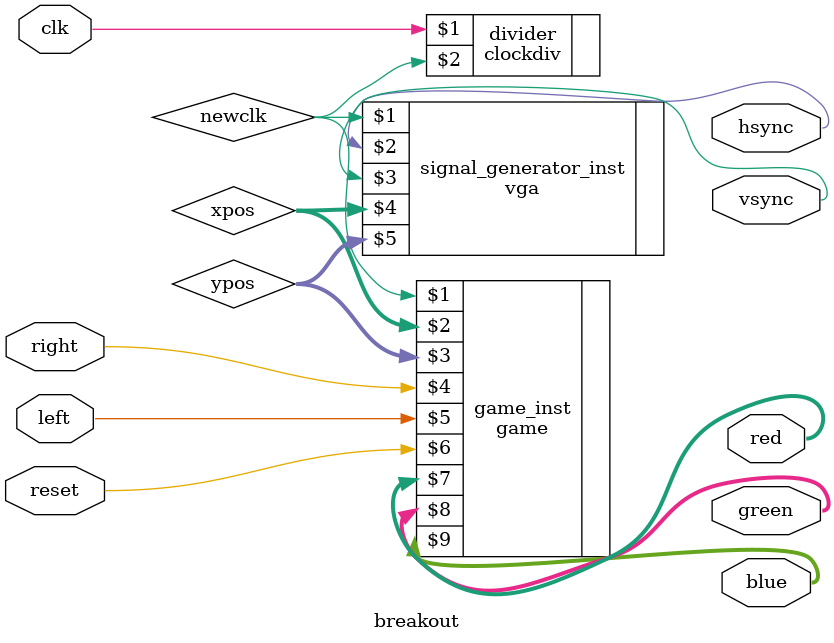
<source format=sv>

module breakout(
    input logic clk,
    input logic right,
    input logic left,
    input logic reset,
    output logic [2:0] red,
    output logic [2:0] green,
    output logic [2:0] blue,
    output logic hsync,
    output logic vsync
    );
    
logic newclk;
clockdiv divider( clk, newclk);
logic [9:0] xpos;
logic [9:0] ypos;
vga signal_generator_inst(newclk, hsync, vsync, xpos, ypos);
game game_inst(newclk, xpos, ypos, right, left, reset, red, green, blue);                                                                  

endmodule
</source>
